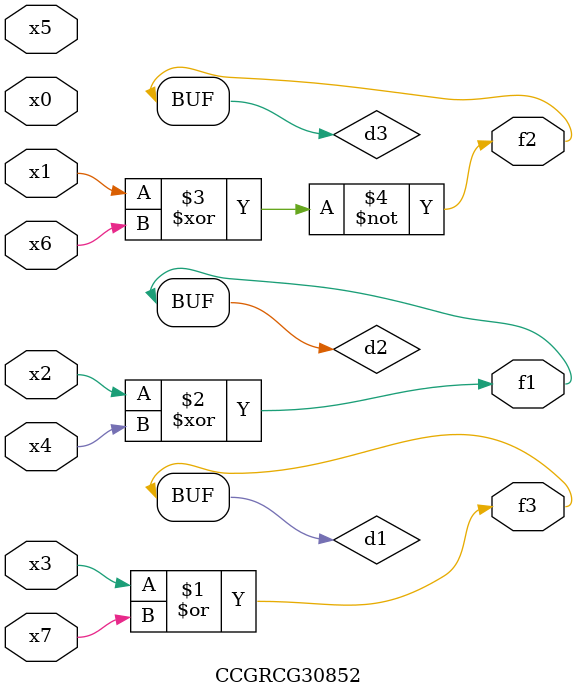
<source format=v>
module CCGRCG30852(
	input x0, x1, x2, x3, x4, x5, x6, x7,
	output f1, f2, f3
);

	wire d1, d2, d3;

	or (d1, x3, x7);
	xor (d2, x2, x4);
	xnor (d3, x1, x6);
	assign f1 = d2;
	assign f2 = d3;
	assign f3 = d1;
endmodule

</source>
